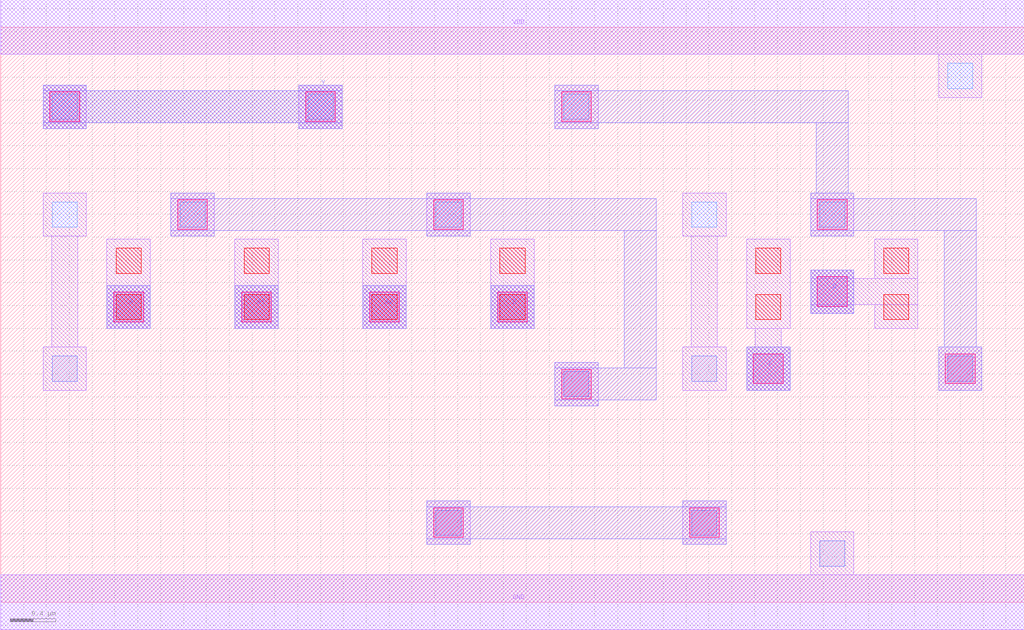
<source format=lef>
MACRO AOAOI3111
 CLASS CORE ;
 FOREIGN AOAOI3111 0 0 ;
 SIZE 8.96 BY 5.04 ;
 ORIGIN 0 0 ;
 SYMMETRY X Y R90 ;
 SITE unit ;
  PIN VDD
   DIRECTION INOUT ;
   USE POWER ;
   SHAPE ABUTMENT ;
    PORT
     CLASS CORE ;
       LAYER met1 ;
        RECT 0.00000000 4.80000000 8.96000000 5.28000000 ;
    END
  END VDD

  PIN GND
   DIRECTION INOUT ;
   USE POWER ;
   SHAPE ABUTMENT ;
    PORT
     CLASS CORE ;
       LAYER met1 ;
        RECT 0.00000000 -0.24000000 8.96000000 0.24000000 ;
    END
  END GND

  PIN Y
   DIRECTION INOUT ;
   USE SIGNAL ;
   SHAPE ABUTMENT ;
    PORT
     CLASS CORE ;
       LAYER met2 ;
        RECT 0.37000000 4.15200000 0.75000000 4.20200000 ;
        RECT 2.61000000 4.15200000 2.99000000 4.20200000 ;
        RECT 0.37000000 4.20200000 2.99000000 4.48200000 ;
        RECT 0.37000000 4.48200000 0.75000000 4.53200000 ;
        RECT 2.61000000 4.48200000 2.99000000 4.53200000 ;
    END
  END Y

  PIN A1
   DIRECTION INOUT ;
   USE SIGNAL ;
   SHAPE ABUTMENT ;
    PORT
     CLASS CORE ;
       LAYER met2 ;
        RECT 2.05000000 2.39700000 2.43000000 2.77700000 ;
    END
  END A1

  PIN D
   DIRECTION INOUT ;
   USE SIGNAL ;
   SHAPE ABUTMENT ;
    PORT
     CLASS CORE ;
       LAYER met2 ;
        RECT 7.09000000 2.53200000 7.47000000 2.91200000 ;
    END
  END D

  PIN A
   DIRECTION INOUT ;
   USE SIGNAL ;
   SHAPE ABUTMENT ;
    PORT
     CLASS CORE ;
       LAYER met2 ;
        RECT 0.93000000 2.39700000 1.31000000 2.77700000 ;
    END
  END A

  PIN A2
   DIRECTION INOUT ;
   USE SIGNAL ;
   SHAPE ABUTMENT ;
    PORT
     CLASS CORE ;
       LAYER met2 ;
        RECT 3.17000000 2.39700000 3.55000000 2.77700000 ;
    END
  END A2

  PIN C
   DIRECTION INOUT ;
   USE SIGNAL ;
   SHAPE ABUTMENT ;
    PORT
     CLASS CORE ;
       LAYER met2 ;
        RECT 6.53000000 1.85700000 6.91000000 2.23700000 ;
    END
  END C

  PIN B
   DIRECTION INOUT ;
   USE SIGNAL ;
   SHAPE ABUTMENT ;
    PORT
     CLASS CORE ;
       LAYER met2 ;
        RECT 4.29000000 2.39700000 4.67000000 2.77700000 ;
    END
  END B

 OBS
    LAYER polycont ;
     RECT 1.01000000 2.47700000 1.23000000 2.69700000 ;
     RECT 2.13000000 2.47700000 2.35000000 2.69700000 ;
     RECT 3.25000000 2.47700000 3.47000000 2.69700000 ;
     RECT 4.37000000 2.47700000 4.59000000 2.69700000 ;
     RECT 6.61000000 2.47700000 6.83000000 2.69700000 ;
     RECT 7.73000000 2.47700000 7.95000000 2.69700000 ;
     RECT 1.01000000 2.88200000 1.23000000 3.10200000 ;
     RECT 2.13000000 2.88200000 2.35000000 3.10200000 ;
     RECT 3.25000000 2.88200000 3.47000000 3.10200000 ;
     RECT 4.37000000 2.88200000 4.59000000 3.10200000 ;
     RECT 6.61000000 2.88200000 6.83000000 3.10200000 ;
     RECT 7.73000000 2.88200000 7.95000000 3.10200000 ;

    LAYER pdiffc ;
     RECT 0.45000000 3.28700000 0.67000000 3.50700000 ;
     RECT 1.57000000 3.28700000 1.79000000 3.50700000 ;
     RECT 3.81000000 3.28700000 4.03000000 3.50700000 ;
     RECT 6.05000000 3.28700000 6.27000000 3.50700000 ;
     RECT 7.17000000 3.28700000 7.39000000 3.50700000 ;
     RECT 0.45000000 4.23200000 0.67000000 4.45200000 ;
     RECT 2.69000000 4.23200000 2.91000000 4.45200000 ;
     RECT 4.93000000 4.23200000 5.15000000 4.45200000 ;
     RECT 8.29000000 4.50200000 8.51000000 4.72200000 ;

    LAYER ndiffc ;
     RECT 7.17000000 0.31700000 7.39000000 0.53700000 ;
     RECT 3.81000000 0.58700000 4.03000000 0.80700000 ;
     RECT 6.05000000 0.58700000 6.27000000 0.80700000 ;
     RECT 4.93000000 1.80200000 5.15000000 2.02200000 ;
     RECT 0.45000000 1.93700000 0.67000000 2.15700000 ;
     RECT 6.05000000 1.93700000 6.27000000 2.15700000 ;
     RECT 8.29000000 1.93700000 8.51000000 2.15700000 ;

    LAYER met1 ;
     RECT 0.00000000 -0.24000000 8.96000000 0.24000000 ;
     RECT 7.09000000 0.24000000 7.47000000 0.61700000 ;
     RECT 3.73000000 0.50700000 4.11000000 0.88700000 ;
     RECT 5.97000000 0.50700000 6.35000000 0.88700000 ;
     RECT 4.85000000 1.72200000 5.23000000 2.10200000 ;
     RECT 8.21000000 1.85700000 8.59000000 2.23700000 ;
     RECT 0.93000000 2.39700000 1.31000000 3.18200000 ;
     RECT 2.05000000 2.39700000 2.43000000 3.18200000 ;
     RECT 3.17000000 2.39700000 3.55000000 3.18200000 ;
     RECT 4.29000000 2.39700000 4.67000000 3.18200000 ;
     RECT 6.53000000 1.85700000 6.91000000 2.23700000 ;
     RECT 6.60500000 2.23700000 6.83500000 2.39700000 ;
     RECT 6.53000000 2.39700000 6.91000000 3.18200000 ;
     RECT 7.09000000 2.53200000 7.47000000 2.60700000 ;
     RECT 7.65000000 2.39700000 8.03000000 2.60700000 ;
     RECT 7.09000000 2.60700000 8.03000000 2.83700000 ;
     RECT 7.09000000 2.83700000 7.47000000 2.91200000 ;
     RECT 7.65000000 2.83700000 8.03000000 3.18200000 ;
     RECT 0.37000000 1.85700000 0.75000000 2.23700000 ;
     RECT 0.44500000 2.23700000 0.67500000 3.20700000 ;
     RECT 0.37000000 3.20700000 0.75000000 3.58700000 ;
     RECT 1.49000000 3.20700000 1.87000000 3.58700000 ;
     RECT 3.73000000 3.20700000 4.11000000 3.58700000 ;
     RECT 5.97000000 1.85700000 6.35000000 2.23700000 ;
     RECT 6.04500000 2.23700000 6.27500000 3.20700000 ;
     RECT 5.97000000 3.20700000 6.35000000 3.58700000 ;
     RECT 7.09000000 3.20700000 7.47000000 3.58700000 ;
     RECT 0.37000000 4.15200000 0.75000000 4.53200000 ;
     RECT 2.61000000 4.15200000 2.99000000 4.53200000 ;
     RECT 4.85000000 4.15200000 5.23000000 4.53200000 ;
     RECT 8.21000000 4.42200000 8.59000000 4.80000000 ;
     RECT 0.00000000 4.80000000 8.96000000 5.28000000 ;

    LAYER via1 ;
     RECT 3.79000000 0.56700000 4.05000000 0.82700000 ;
     RECT 6.03000000 0.56700000 6.29000000 0.82700000 ;
     RECT 4.91000000 1.78200000 5.17000000 2.04200000 ;
     RECT 6.59000000 1.91700000 6.85000000 2.17700000 ;
     RECT 8.27000000 1.91700000 8.53000000 2.17700000 ;
     RECT 0.99000000 2.45700000 1.25000000 2.71700000 ;
     RECT 2.11000000 2.45700000 2.37000000 2.71700000 ;
     RECT 3.23000000 2.45700000 3.49000000 2.71700000 ;
     RECT 4.35000000 2.45700000 4.61000000 2.71700000 ;
     RECT 7.15000000 2.59200000 7.41000000 2.85200000 ;
     RECT 1.55000000 3.26700000 1.81000000 3.52700000 ;
     RECT 3.79000000 3.26700000 4.05000000 3.52700000 ;
     RECT 7.15000000 3.26700000 7.41000000 3.52700000 ;
     RECT 0.43000000 4.21200000 0.69000000 4.47200000 ;
     RECT 2.67000000 4.21200000 2.93000000 4.47200000 ;
     RECT 4.91000000 4.21200000 5.17000000 4.47200000 ;

    LAYER met2 ;
     RECT 3.73000000 0.50700000 4.11000000 0.55700000 ;
     RECT 5.97000000 0.50700000 6.35000000 0.55700000 ;
     RECT 3.73000000 0.55700000 6.35000000 0.83700000 ;
     RECT 3.73000000 0.83700000 4.11000000 0.88700000 ;
     RECT 5.97000000 0.83700000 6.35000000 0.88700000 ;
     RECT 6.53000000 1.85700000 6.91000000 2.23700000 ;
     RECT 0.93000000 2.39700000 1.31000000 2.77700000 ;
     RECT 2.05000000 2.39700000 2.43000000 2.77700000 ;
     RECT 3.17000000 2.39700000 3.55000000 2.77700000 ;
     RECT 4.29000000 2.39700000 4.67000000 2.77700000 ;
     RECT 7.09000000 2.53200000 7.47000000 2.91200000 ;
     RECT 4.85000000 1.72200000 5.23000000 1.77200000 ;
     RECT 4.85000000 1.77200000 5.74000000 2.05200000 ;
     RECT 4.85000000 2.05200000 5.23000000 2.10200000 ;
     RECT 1.49000000 3.20700000 1.87000000 3.25700000 ;
     RECT 3.73000000 3.20700000 4.11000000 3.25700000 ;
     RECT 5.46000000 2.05200000 5.74000000 3.25700000 ;
     RECT 1.49000000 3.25700000 5.74000000 3.53700000 ;
     RECT 1.49000000 3.53700000 1.87000000 3.58700000 ;
     RECT 3.73000000 3.53700000 4.11000000 3.58700000 ;
     RECT 0.37000000 4.15200000 0.75000000 4.20200000 ;
     RECT 2.61000000 4.15200000 2.99000000 4.20200000 ;
     RECT 0.37000000 4.20200000 2.99000000 4.48200000 ;
     RECT 0.37000000 4.48200000 0.75000000 4.53200000 ;
     RECT 2.61000000 4.48200000 2.99000000 4.53200000 ;
     RECT 8.21000000 1.85700000 8.59000000 2.23700000 ;
     RECT 7.09000000 3.20700000 7.47000000 3.25700000 ;
     RECT 8.26000000 2.23700000 8.54000000 3.25700000 ;
     RECT 7.09000000 3.25700000 8.54000000 3.53700000 ;
     RECT 7.09000000 3.53700000 7.47000000 3.58700000 ;
     RECT 4.85000000 4.15200000 5.23000000 4.20200000 ;
     RECT 7.14000000 3.58700000 7.42000000 4.20200000 ;
     RECT 4.85000000 4.20200000 7.42000000 4.48200000 ;
     RECT 4.85000000 4.48200000 5.23000000 4.53200000 ;

 END
END AOAOI3111

</source>
